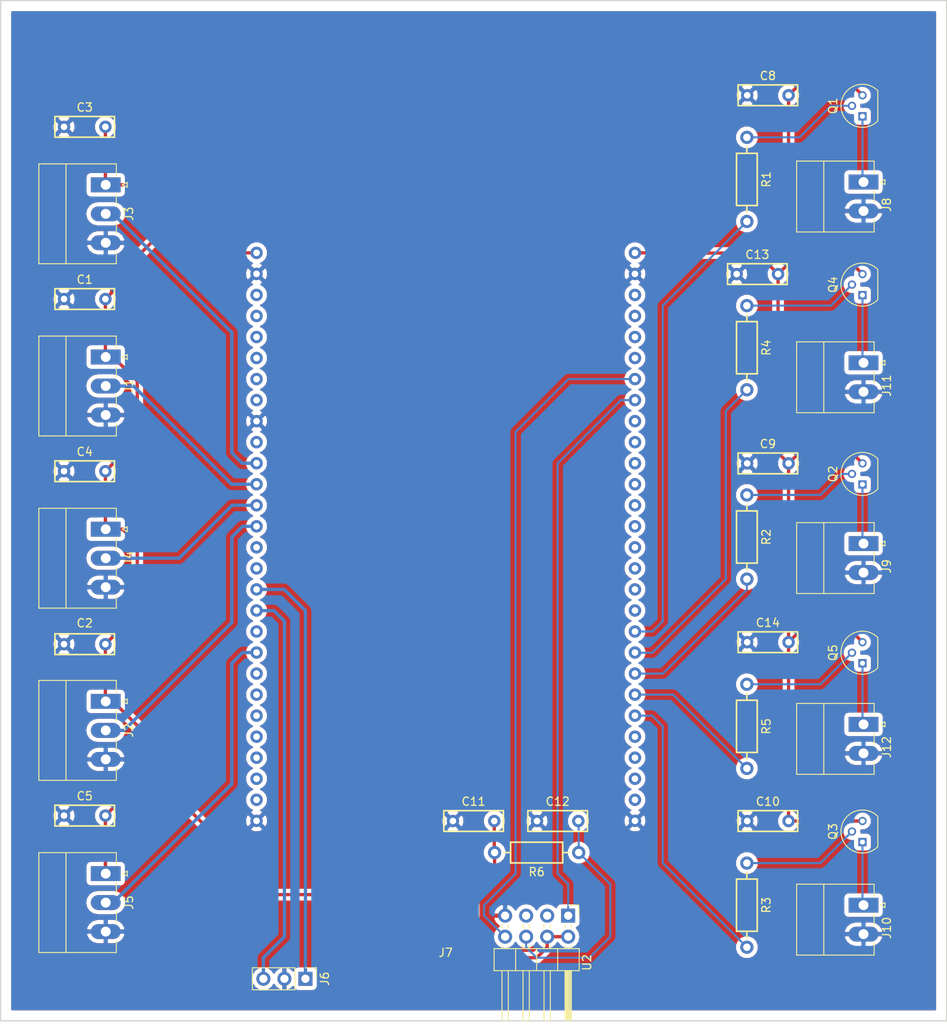
<source format=kicad_pcb>
(kicad_pcb (version 20171114) (host pcbnew no-vcs-found-3e71ed2~61~ubuntu16.04.1)
  (layers (0 F.Cu signal) (31 B.Cu signal) (34 B.Paste user) (35 F.Paste user) (36 B.SilkS user) (37 F.SilkS user) (38 B.Mask user) (39 F.Mask user) (44 Edge.Cuts user))
  (net 0 "")
  (net 1 GND)
  (net 2 "Net-(J7-Pad3A)")
  (net 3 "Net-(J7-Pad4A)")
  (net 4 "Net-(J7-Pad5A)")
  (net 5 "Net-(J7-Pad6A)")
  (net 6 "Net-(J7-Pad7A)")
  (net 7 "Net-(J7-Pad8A)")
  (net 8 "Net-(J7-Pad10A)")
  (net 9 "Net-(J3-Pad2)")
  (net 10 "Net-(J1-Pad2)")
  (net 11 "Net-(J4-Pad2)")
  (net 12 "Net-(J2-Pad2)")
  (net 13 "Net-(J7-Pad15A)")
  (net 14 "Net-(J7-Pad16A)")
  (net 15 "Net-(J6-Pad1)")
  (net 16 "Net-(J6-Pad3)")
  (net 17 "Net-(J7-Pad19A)")
  (net 18 "Net-(J5-Pad2)")
  (net 19 "Net-(J7-Pad21A)")
  (net 20 "Net-(J7-Pad22A)")
  (net 21 "Net-(J7-Pad23A)")
  (net 22 "Net-(J7-Pad24A)")
  (net 23 "Net-(J7-Pad25A)")
  (net 24 "Net-(J7-Pad26A)")
  (net 25 "Net-(J7-Pad27A)")
  (net 26 "Net-(J7-Pad3B)")
  (net 27 "Net-(J7-Pad4B)")
  (net 28 "Net-(J7-Pad5B)")
  (net 29 "Net-(J7-Pad6B)")
  (net 30 "Net-(J7-Pad7B)")
  (net 31 "Net-(J7-Pad8B)")
  (net 32 "Net-(J7-Pad9B)")
  (net 33 "Net-(J7-Pad10B)")
  (net 34 "Net-(J7-Pad11B)")
  (net 35 "Net-(J7-Pad12B)")
  (net 36 "Net-(J7-Pad13B)")
  (net 37 "Net-(J7-Pad14B)")
  (net 38 "Net-(J7-Pad15B)")
  (net 39 "Net-(J7-Pad16B)")
  (net 40 "Net-(J7-Pad17B)")
  (net 41 "Net-(J7-Pad18B)")
  (net 42 "Net-(J7-Pad19B)")
  (net 43 "Net-(J7-Pad20B)")
  (net 44 "Net-(J7-Pad21B)")
  (net 45 "Net-(J7-Pad22B)")
  (net 46 "Net-(J7-Pad23B)")
  (net 47 "Net-(J7-Pad24B)")
  (net 48 "Net-(J7-Pad25B)")
  (net 49 "Net-(J7-Pad26B)")
  (net 50 "Net-(J7-Pad27B)")
  (net 51 +3V3)
  (net 52 "Net-(J12-Pad1)")
  (net 53 "Net-(Q5-Pad2)")
  (net 54 "Net-(Q4-Pad2)")
  (net 55 "Net-(J11-Pad1)")
  (net 56 "Net-(J10-Pad1)")
  (net 57 "Net-(Q3-Pad2)")
  (net 58 "Net-(Q2-Pad2)")
  (net 59 "Net-(J9-Pad1)")
  (net 60 "Net-(J8-Pad1)")
  (net 61 "Net-(Q1-Pad2)")
  (net 62 "Net-(C12-Pad2)")
  (net 63 "Net-(U2-Pad5)")
  (net 64 "Net-(U2-Pad3)")
  (net 65 +5V)
  (module "Capacitors THD:CAPR500-250X720X650" (layer F.Cu) (at 102.87 65.241666)
    (fp_text reference C1 (at 0 -2.351) (layer F.SilkS))
    (fp_text value 100n hide)
    (pad 2 thru_hole circle (at 2.5 0) (size 1.5 1.5) (drill 0.8) (layers *.Cu *.Mask) (net 51 +3V3))
    (pad 1 thru_hole circle (at -2.5 0) (size 1.5 1.5) (drill 0.8) (layers *.Cu *.Mask) (net 1 GND))
  )
  (module "Capacitors THD:CAPR500-250X720X650" (layer F.Cu) (at 102.87 106.919498)
    (fp_text reference C2 (at 0 -2.54) (layer F.SilkS))
    (fp_text value 100n hide)
    (pad 1 thru_hole circle (at -2.5 0) (size 1.5 1.5) (drill 0.8) (layers *.Cu *.Mask) (net 1 GND))
    (pad 2 thru_hole circle (at 2.5 0) (size 1.5 1.5) (drill 0.8) (layers *.Cu *.Mask) (net 51 +3V3))
  )
  (module "Capacitors THD:CAPR500-250X720X650" (layer F.Cu) (at 102.87 44.45)
    (fp_text reference C3 (at 0 -2.351) (layer F.SilkS))
    (fp_text value 100n hide)
    (pad 2 thru_hole circle (at 2.5 0) (size 1.5 1.5) (drill 0.8) (layers *.Cu *.Mask) (net 51 +3V3))
    (pad 1 thru_hole circle (at -2.5 0) (size 1.5 1.5) (drill 0.8) (layers *.Cu *.Mask) (net 1 GND))
  )
  (module "Capacitors THD:CAPR500-250X720X650" (layer F.Cu) (at 102.87 86.033332)
    (fp_text reference C4 (at 0 -2.351) (layer F.SilkS))
    (fp_text value 100n hide)
    (pad 1 thru_hole circle (at -2.5 0) (size 1.5 1.5) (drill 0.8) (layers *.Cu *.Mask) (net 1 GND))
    (pad 2 thru_hole circle (at 2.5 0) (size 1.5 1.5) (drill 0.8) (layers *.Cu *.Mask) (net 51 +3V3))
  )
  (module "Capacitors THD:CAPR500-250X720X650" (layer F.Cu) (at 102.87 127.616664)
    (fp_text reference C5 (at 0 -2.351) (layer F.SilkS))
    (fp_text value 100n hide)
    (pad 2 thru_hole circle (at 2.5 0) (size 1.5 1.5) (drill 0.8) (layers *.Cu *.Mask) (net 51 +3V3))
    (pad 1 thru_hole circle (at -2.5 0) (size 1.5 1.5) (drill 0.8) (layers *.Cu *.Mask) (net 1 GND))
  )
  (module "Capacitors THD:CAPR500-250X720X650" (layer F.Cu) (at 185.42 40.64)
    (fp_text reference C8 (at 0 -2.351) (layer F.SilkS))
    (fp_text value 100n hide)
    (pad 1 thru_hole circle (at -2.5 0) (size 1.5 1.5) (drill 0.8) (layers *.Cu *.Mask) (net 1 GND))
    (pad 2 thru_hole circle (at 2.5 0) (size 1.5 1.5) (drill 0.8) (layers *.Cu *.Mask) (net 65 +5V))
  )
  (module "Capacitors THD:CAPR500-250X720X650" (layer F.Cu) (at 185.42 85.09)
    (fp_text reference C9 (at 0 -2.351) (layer F.SilkS))
    (fp_text value 100n hide)
    (pad 2 thru_hole circle (at 2.5 0) (size 1.5 1.5) (drill 0.8) (layers *.Cu *.Mask) (net 65 +5V))
    (pad 1 thru_hole circle (at -2.5 0) (size 1.5 1.5) (drill 0.8) (layers *.Cu *.Mask) (net 1 GND))
  )
  (module "Capacitors THD:CAPR500-250X720X650" (layer F.Cu) (at 185.42 128.27)
    (fp_text reference C10 (at 0 -2.351) (layer F.SilkS))
    (fp_text value 100n hide)
    (pad 1 thru_hole circle (at -2.5 0) (size 1.5 1.5) (drill 0.8) (layers *.Cu *.Mask) (net 1 GND))
    (pad 2 thru_hole circle (at 2.5 0) (size 1.5 1.5) (drill 0.8) (layers *.Cu *.Mask) (net 65 +5V))
  )
  (module "Capacitors THD:CAPR500-250X720X650" (layer F.Cu) (at 149.86 128.27)
    (fp_text reference C11 (at 0 -2.351) (layer F.SilkS))
    (fp_text value 100n hide)
    (pad 2 thru_hole circle (at 2.5 0) (size 1.5 1.5) (drill 0.8) (layers *.Cu *.Mask) (net 51 +3V3))
    (pad 1 thru_hole circle (at -2.5 0) (size 1.5 1.5) (drill 0.8) (layers *.Cu *.Mask) (net 1 GND))
  )
  (module "Capacitors THD:CAPR500-250X720X650" (layer F.Cu) (at 160.02 128.27)
    (fp_text reference C12 (at 0 -2.351) (layer F.SilkS))
    (fp_text value 100n hide)
    (pad 1 thru_hole circle (at -2.5 0) (size 1.5 1.5) (drill 0.8) (layers *.Cu *.Mask) (net 1 GND))
    (pad 2 thru_hole circle (at 2.5 0) (size 1.5 1.5) (drill 0.8) (layers *.Cu *.Mask) (net 62 "Net-(C12-Pad2)"))
  )
  (module "Capacitors THD:CAPR500-250X720X650" (layer F.Cu) (at 184.15 62.23)
    (fp_text reference C13 (at 0 -2.351) (layer F.SilkS))
    (fp_text value 100n hide)
    (pad 2 thru_hole circle (at 2.5 0) (size 1.5 1.5) (drill 0.8) (layers *.Cu *.Mask) (net 65 +5V))
    (pad 1 thru_hole circle (at -2.5 0) (size 1.5 1.5) (drill 0.8) (layers *.Cu *.Mask) (net 1 GND))
  )
  (module "Capacitors THD:CAPR500-250X720X650" (layer F.Cu) (at 185.42 106.68)
    (fp_text reference C14 (at 0 -2.351) (layer F.SilkS))
    (fp_text value 100n hide)
    (pad 1 thru_hole circle (at -2.5 0) (size 1.5 1.5) (drill 0.8) (layers *.Cu *.Mask) (net 1 GND))
    (pad 2 thru_hole circle (at 2.5 0) (size 1.5 1.5) (drill 0.8) (layers *.Cu *.Mask) (net 65 +5V))
  )
  (module Connectors_Phoenix:PhoenixContact_MC-G_02x3.50mm_Angled (layer F.Cu) (at 196.975 51.114444 270)
    (fp_text reference J8 (at 2.75 -2.8 270) (layer F.SilkS))
    (fp_text value Conn_01x02)
    (pad 2 thru_hole oval (at 3.5 0 270) (size 1.8 3.6) (drill 1.2) (layers *.Cu *.Mask) (net 1 GND))
    (pad 1 thru_hole rect (at 0 0 270) (size 1.8 3.6) (drill 1.2) (layers *.Cu *.Mask) (net 60 "Net-(J8-Pad1)"))
  )
  (module Connectors_Phoenix:PhoenixContact_MC-G_02x3.50mm_Angled (layer F.Cu) (at 196.975 94.77222 270)
    (fp_text reference J9 (at 2.75 -2.8 270) (layer F.SilkS))
    (fp_text value Conn_01x02)
    (pad 1 thru_hole rect (at 0 0 270) (size 1.8 3.6) (drill 1.2) (layers *.Cu *.Mask) (net 59 "Net-(J9-Pad1)"))
    (pad 2 thru_hole oval (at 3.5 0 270) (size 1.8 3.6) (drill 1.2) (layers *.Cu *.Mask) (net 1 GND))
  )
  (module Connectors_Phoenix:PhoenixContact_MC-G_02x3.50mm_Angled (layer F.Cu) (at 196.975 72.943332 270)
    (fp_text reference J11 (at 2.75 -2.8 270) (layer F.SilkS))
    (fp_text value Conn_01x02)
    (pad 2 thru_hole oval (at 3.5 0 270) (size 1.8 3.6) (drill 1.2) (layers *.Cu *.Mask) (net 1 GND))
    (pad 1 thru_hole rect (at 0 0 270) (size 1.8 3.6) (drill 1.2) (layers *.Cu *.Mask) (net 55 "Net-(J11-Pad1)"))
  )
  (module Connectors_Phoenix:PhoenixContact_MC-G_02x3.50mm_Angled (layer F.Cu) (at 196.975 116.601108 270)
    (fp_text reference J12 (at 2.75 -2.8 270) (layer F.SilkS))
    (fp_text value Conn_01x02)
    (pad 1 thru_hole rect (at 0 0 270) (size 1.8 3.6) (drill 1.2) (layers *.Cu *.Mask) (net 52 "Net-(J12-Pad1)"))
    (pad 2 thru_hole oval (at 3.5 0 270) (size 1.8 3.6) (drill 1.2) (layers *.Cu *.Mask) (net 1 GND))
  )
  (module Connectors_Phoenix:PhoenixContact_MC-G_02x3.50mm_Angled (layer F.Cu) (at 196.975 138.429996 270)
    (fp_text reference J10 (at 2.75 -2.8 270) (layer F.SilkS))
    (fp_text value Conn_01x02)
    (pad 2 thru_hole oval (at 3.5 0 270) (size 1.8 3.6) (drill 1.2) (layers *.Cu *.Mask) (net 1 GND))
    (pad 1 thru_hole rect (at 0 0 270) (size 1.8 3.6) (drill 1.2) (layers *.Cu *.Mask) (net 56 "Net-(J10-Pad1)"))
  )
  (module Connectors_Phoenix:PhoenixContact_MC-G_03x3.50mm_Angled (layer F.Cu) (at 105.41 134.619997 270)
    (fp_text reference J5 (at 3.5 -2.8 270) (layer F.SilkS))
    (fp_text value Conn_01x03)
    (pad 3 thru_hole oval (at 7 0 270) (size 1.8 3.6) (drill 1.2) (layers *.Cu *.Mask) (net 1 GND))
    (pad 2 thru_hole oval (at 3.5 0 270) (size 1.8 3.6) (drill 1.2) (layers *.Cu *.Mask) (net 18 "Net-(J5-Pad2)"))
    (pad 1 thru_hole rect (at 0 0 270) (size 1.8 3.6) (drill 1.2) (layers *.Cu *.Mask) (net 51 +3V3))
  )
  (module Connectors_Phoenix:PhoenixContact_MC-G_03x3.50mm_Angled (layer F.Cu) (at 105.41 51.453333 270)
    (fp_text reference J3 (at 3.5 -2.8 270) (layer F.SilkS))
    (fp_text value Conn_01x03)
    (pad 1 thru_hole rect (at 0 0 270) (size 1.8 3.6) (drill 1.2) (layers *.Cu *.Mask) (net 51 +3V3))
    (pad 2 thru_hole oval (at 3.5 0 270) (size 1.8 3.6) (drill 1.2) (layers *.Cu *.Mask) (net 9 "Net-(J3-Pad2)"))
    (pad 3 thru_hole oval (at 7 0 270) (size 1.8 3.6) (drill 1.2) (layers *.Cu *.Mask) (net 1 GND))
  )
  (module Connectors_Phoenix:PhoenixContact_MC-G_03x3.50mm_Angled (layer F.Cu) (at 105.41 93.036665 270)
    (fp_text reference J4 (at 3.5 -2.8 270) (layer F.SilkS))
    (fp_text value Conn_01x03)
    (pad 3 thru_hole oval (at 7 0 270) (size 1.8 3.6) (drill 1.2) (layers *.Cu *.Mask) (net 1 GND))
    (pad 2 thru_hole oval (at 3.5 0 270) (size 1.8 3.6) (drill 1.2) (layers *.Cu *.Mask) (net 11 "Net-(J4-Pad2)"))
    (pad 1 thru_hole rect (at 0 0 270) (size 1.8 3.6) (drill 1.2) (layers *.Cu *.Mask) (net 51 +3V3))
  )
  (module Connectors_Phoenix:PhoenixContact_MC-G_03x3.50mm_Angled (layer F.Cu) (at 105.41 72.244999 270)
    (fp_text reference J1 (at 3.5 -2.8 270) (layer F.SilkS))
    (fp_text value Conn_01x03)
    (pad 1 thru_hole rect (at 0 0 270) (size 1.8 3.6) (drill 1.2) (layers *.Cu *.Mask) (net 51 +3V3))
    (pad 2 thru_hole oval (at 3.5 0 270) (size 1.8 3.6) (drill 1.2) (layers *.Cu *.Mask) (net 10 "Net-(J1-Pad2)"))
    (pad 3 thru_hole oval (at 7 0 270) (size 1.8 3.6) (drill 1.2) (layers *.Cu *.Mask) (net 1 GND))
  )
  (module Connectors_Phoenix:PhoenixContact_MC-G_03x3.50mm_Angled (layer F.Cu) (at 105.41 113.828331 270)
    (fp_text reference J2 (at 3.5 -2.8 270) (layer F.SilkS))
    (fp_text value Conn_01x03)
    (pad 3 thru_hole oval (at 7 0 270) (size 1.8 3.6) (drill 1.2) (layers *.Cu *.Mask) (net 1 GND))
    (pad 2 thru_hole oval (at 3.5 0 270) (size 1.8 3.6) (drill 1.2) (layers *.Cu *.Mask) (net 12 "Net-(J2-Pad2)"))
    (pad 1 thru_hole rect (at 0 0 270) (size 1.8 3.6) (drill 1.2) (layers *.Cu *.Mask) (net 51 +3V3))
  )
  (module Pin_Headers:Pin_Header_Angled_2x04_Pitch2.54mm (layer F.Cu) (at 161.29 139.7 270)
    (fp_text reference U2 (at 5.655 -2.27 270) (layer F.SilkS))
    (fp_text value ESP8266)
    (pad 8 thru_hole oval (at 2.54 7.62 270) (size 1.7 1.7) (drill 1) (layers *.Cu *.Mask) (net 30 "Net-(J7-Pad7B)"))
    (pad 7 thru_hole oval (at 0 7.62 270) (size 1.7 1.7) (drill 1) (layers *.Cu *.Mask) (net 1 GND))
    (pad 6 thru_hole oval (at 2.54 5.08 270) (size 1.7 1.7) (drill 1) (layers *.Cu *.Mask) (net 62 "Net-(C12-Pad2)"))
    (pad 5 thru_hole oval (at 0 5.08 270) (size 1.7 1.7) (drill 1) (layers *.Cu *.Mask) (net 63 "Net-(U2-Pad5)"))
    (pad 4 thru_hole oval (at 2.54 2.54 270) (size 1.7 1.7) (drill 1) (layers *.Cu *.Mask) (net 51 +3V3))
    (pad 3 thru_hole oval (at 0 2.54 270) (size 1.7 1.7) (drill 1) (layers *.Cu *.Mask) (net 64 "Net-(U2-Pad3)"))
    (pad 2 thru_hole oval (at 2.54 0 270) (size 1.7 1.7) (drill 1) (layers *.Cu *.Mask) (net 51 +3V3))
    (pad 1 thru_hole rect (at 0 0 270) (size 1.7 1.7) (drill 1) (layers *.Cu *.Mask) (net 31 "Net-(J7-Pad8B)"))
  )
  (module Pin_Headers:Pin_Header_Straight_1x03_Pitch2.54mm (layer F.Cu) (at 129.54 147.32 270)
    (fp_text reference J6 (at 0 -2.33 270) (layer F.SilkS))
    (fp_text value UART)
    (pad 3 thru_hole oval (at 0 5.08 270) (size 1.7 1.7) (drill 1) (layers *.Cu *.Mask) (net 16 "Net-(J6-Pad3)"))
    (pad 2 thru_hole oval (at 0 2.54 270) (size 1.7 1.7) (drill 1) (layers *.Cu *.Mask) (net 1 GND))
    (pad 1 thru_hole rect (at 0 0 270) (size 1.7 1.7) (drill 1) (layers *.Cu *.Mask) (net 15 "Net-(J6-Pad1)"))
  )
  (module "Resistors THD:RES1016-630X250" (layer F.Cu) (at 157.48 132.08 180)
    (fp_text reference R6 (at 0 -2.351 180) (layer F.SilkS))
    (fp_text value 680 hide)
    (pad 1 thru_hole circle (at -5.08 0 180) (size 1.6 1.6) (drill 0.9) (layers *.Cu *.Mask) (net 62 "Net-(C12-Pad2)"))
    (pad 2 thru_hole circle (at 5.08 0 180) (size 1.6 1.6) (drill 0.9) (layers *.Cu *.Mask) (net 51 +3V3))
  )
  (module "Resistors THD:RES1016-630X250" (layer F.Cu) (at 182.88 71.12 270)
    (fp_text reference R4 (at 0 -2.351 270) (layer F.SilkS))
    (fp_text value 680 hide)
    (pad 2 thru_hole circle (at 5.08 0 270) (size 1.6 1.6) (drill 0.9) (layers *.Cu *.Mask) (net 43 "Net-(J7-Pad20B)"))
    (pad 1 thru_hole circle (at -5.08 0 270) (size 1.6 1.6) (drill 0.9) (layers *.Cu *.Mask) (net 54 "Net-(Q4-Pad2)"))
  )
  (module "Resistors THD:RES1016-630X250" (layer F.Cu) (at 182.88 138.43 270)
    (fp_text reference R3 (at 0 -2.351 270) (layer F.SilkS))
    (fp_text value 680 hide)
    (pad 1 thru_hole circle (at -5.08 0 270) (size 1.6 1.6) (drill 0.9) (layers *.Cu *.Mask) (net 57 "Net-(Q3-Pad2)"))
    (pad 2 thru_hole circle (at 5.08 0 270) (size 1.6 1.6) (drill 0.9) (layers *.Cu *.Mask) (net 46 "Net-(J7-Pad23B)"))
  )
  (module "Resistors THD:RES1016-630X250" (layer F.Cu) (at 182.88 93.98 270)
    (fp_text reference R2 (at 0 -2.351 270) (layer F.SilkS))
    (fp_text value 680 hide)
    (pad 2 thru_hole circle (at 5.08 0 270) (size 1.6 1.6) (drill 0.9) (layers *.Cu *.Mask) (net 44 "Net-(J7-Pad21B)"))
    (pad 1 thru_hole circle (at -5.08 0 270) (size 1.6 1.6) (drill 0.9) (layers *.Cu *.Mask) (net 58 "Net-(Q2-Pad2)"))
  )
  (module "Resistors THD:RES1016-630X250" (layer F.Cu) (at 182.88 50.8 270)
    (fp_text reference R1 (at 0 -2.351 270) (layer F.SilkS))
    (fp_text value 680 hide)
    (pad 1 thru_hole circle (at -5.08 0 270) (size 1.6 1.6) (drill 0.9) (layers *.Cu *.Mask) (net 61 "Net-(Q1-Pad2)"))
    (pad 2 thru_hole circle (at 5.08 0 270) (size 1.6 1.6) (drill 0.9) (layers *.Cu *.Mask) (net 42 "Net-(J7-Pad19B)"))
  )
  (module "Resistors THD:RES1016-630X250" (layer F.Cu) (at 182.88 116.84 270)
    (fp_text reference R5 (at 0 -2.351 270) (layer F.SilkS))
    (fp_text value 680 hide)
    (pad 2 thru_hole circle (at 5.08 0 270) (size 1.6 1.6) (drill 0.9) (layers *.Cu *.Mask) (net 45 "Net-(J7-Pad22B)"))
    (pad 1 thru_hole circle (at -5.08 0 270) (size 1.6 1.6) (drill 0.9) (layers *.Cu *.Mask) (net 53 "Net-(Q5-Pad2)"))
  )
  (module TO_SOT_Packages_THT:TO-92_Molded_Narrow (layer F.Cu) (at 196.85 43.18 90)
    (fp_text reference Q1 (at 1.27 -3.56 90) (layer F.SilkS))
    (fp_text value BC558)
    (pad 1 thru_hole rect (at 0 0 180) (size 1 1) (drill 0.6) (layers *.Cu *.Mask) (net 60 "Net-(J8-Pad1)"))
    (pad 3 thru_hole circle (at 2.54 0 180) (size 1 1) (drill 0.6) (layers *.Cu *.Mask) (net 65 +5V))
    (pad 2 thru_hole circle (at 1.27 -1.27 180) (size 1 1) (drill 0.6) (layers *.Cu *.Mask) (net 61 "Net-(Q1-Pad2)"))
  )
  (module TO_SOT_Packages_THT:TO-92_Molded_Narrow (layer F.Cu) (at 196.85 87.63 90)
    (fp_text reference Q2 (at 1.27 -3.56 90) (layer F.SilkS))
    (fp_text value BC558)
    (pad 2 thru_hole circle (at 1.27 -1.27 180) (size 1 1) (drill 0.6) (layers *.Cu *.Mask) (net 58 "Net-(Q2-Pad2)"))
    (pad 3 thru_hole circle (at 2.54 0 180) (size 1 1) (drill 0.6) (layers *.Cu *.Mask) (net 65 +5V))
    (pad 1 thru_hole rect (at 0 0 180) (size 1 1) (drill 0.6) (layers *.Cu *.Mask) (net 59 "Net-(J9-Pad1)"))
  )
  (module TO_SOT_Packages_THT:TO-92_Molded_Narrow (layer F.Cu) (at 196.85 130.81 90)
    (fp_text reference Q3 (at 1.27 -3.56 90) (layer F.SilkS))
    (fp_text value BC558)
    (pad 1 thru_hole rect (at 0 0 180) (size 1 1) (drill 0.6) (layers *.Cu *.Mask) (net 56 "Net-(J10-Pad1)"))
    (pad 3 thru_hole circle (at 2.54 0 180) (size 1 1) (drill 0.6) (layers *.Cu *.Mask) (net 65 +5V))
    (pad 2 thru_hole circle (at 1.27 -1.27 180) (size 1 1) (drill 0.6) (layers *.Cu *.Mask) (net 57 "Net-(Q3-Pad2)"))
  )
  (module TO_SOT_Packages_THT:TO-92_Molded_Narrow (layer F.Cu) (at 196.85 64.77 90)
    (fp_text reference Q4 (at 1.27 -3.56 90) (layer F.SilkS))
    (fp_text value BC558)
    (pad 2 thru_hole circle (at 1.27 -1.27 180) (size 1 1) (drill 0.6) (layers *.Cu *.Mask) (net 54 "Net-(Q4-Pad2)"))
    (pad 3 thru_hole circle (at 2.54 0 180) (size 1 1) (drill 0.6) (layers *.Cu *.Mask) (net 65 +5V))
    (pad 1 thru_hole rect (at 0 0 180) (size 1 1) (drill 0.6) (layers *.Cu *.Mask) (net 55 "Net-(J11-Pad1)"))
  )
  (module TO_SOT_Packages_THT:TO-92_Molded_Narrow (layer F.Cu) (at 196.85 109.22 90)
    (fp_text reference Q5 (at 1.27 -3.56 90) (layer F.SilkS))
    (fp_text value BC558)
    (pad 1 thru_hole rect (at 0 0 180) (size 1 1) (drill 0.6) (layers *.Cu *.Mask) (net 52 "Net-(J12-Pad1)"))
    (pad 3 thru_hole circle (at 2.54 0 180) (size 1 1) (drill 0.6) (layers *.Cu *.Mask) (net 65 +5V))
    (pad 2 thru_hole circle (at 1.27 -1.27 180) (size 1 1) (drill 0.6) (layers *.Cu *.Mask) (net 53 "Net-(Q5-Pad2)"))
  )
  (module fp:STM32L152_DISCO (layer F.Cu) (at 146.495001 87.1675)
    (fp_text reference J7 (at 0 57) (layer F.SilkS))
    (fp_text value STM32L152_DISCO)
    (pad 1A thru_hole circle (at -22.86 -27.5) (size 1.5 1.5) (drill 0.8) (layers *.Cu *.Mask) (net 51 +3V3))
    (pad 2A thru_hole circle (at -22.86 -24.96) (size 1.5 1.5) (drill 0.8) (layers *.Cu *.Mask) (net 1 GND))
    (pad 3A thru_hole circle (at -22.86 -22.42) (size 1.5 1.5) (drill 0.8) (layers *.Cu *.Mask) (net 2 "Net-(J7-Pad3A)"))
    (pad 4A thru_hole circle (at -22.86 -19.88) (size 1.5 1.5) (drill 0.8) (layers *.Cu *.Mask) (net 3 "Net-(J7-Pad4A)"))
    (pad 5A thru_hole circle (at -22.86 -17.34) (size 1.5 1.5) (drill 0.8) (layers *.Cu *.Mask) (net 4 "Net-(J7-Pad5A)"))
    (pad 6A thru_hole circle (at -22.86 -14.8) (size 1.5 1.5) (drill 0.8) (layers *.Cu *.Mask) (net 5 "Net-(J7-Pad6A)"))
    (pad 7A thru_hole circle (at -22.86 -12.26) (size 1.5 1.5) (drill 0.8) (layers *.Cu *.Mask) (net 6 "Net-(J7-Pad7A)"))
    (pad 8A thru_hole circle (at -22.86 -9.72) (size 1.5 1.5) (drill 0.8) (layers *.Cu *.Mask) (net 7 "Net-(J7-Pad8A)"))
    (pad 9A thru_hole circle (at -22.86 -7.18) (size 1.5 1.5) (drill 0.8) (layers *.Cu *.Mask) (net 1 GND))
    (pad 10A thru_hole circle (at -22.86 -4.64) (size 1.5 1.5) (drill 0.8) (layers *.Cu *.Mask) (net 8 "Net-(J7-Pad10A)"))
    (pad 11A thru_hole circle (at -22.86 -2.1) (size 1.5 1.5) (drill 0.8) (layers *.Cu *.Mask) (net 9 "Net-(J3-Pad2)"))
    (pad 12A thru_hole circle (at -22.86 0.44) (size 1.5 1.5) (drill 0.8) (layers *.Cu *.Mask) (net 10 "Net-(J1-Pad2)"))
    (pad 13A thru_hole circle (at -22.86 2.98) (size 1.5 1.5) (drill 0.8) (layers *.Cu *.Mask) (net 11 "Net-(J4-Pad2)"))
    (pad 14A thru_hole circle (at -22.86 5.52) (size 1.5 1.5) (drill 0.8) (layers *.Cu *.Mask) (net 12 "Net-(J2-Pad2)"))
    (pad 15A thru_hole circle (at -22.86 8.06) (size 1.5 1.5) (drill 0.8) (layers *.Cu *.Mask) (net 13 "Net-(J7-Pad15A)"))
    (pad 16A thru_hole circle (at -22.86 10.6) (size 1.5 1.5) (drill 0.8) (layers *.Cu *.Mask) (net 14 "Net-(J7-Pad16A)"))
    (pad 17A thru_hole circle (at -22.86 13.14) (size 1.5 1.5) (drill 0.8) (layers *.Cu *.Mask) (net 15 "Net-(J6-Pad1)"))
    (pad 18A thru_hole circle (at -22.86 15.68) (size 1.5 1.5) (drill 0.8) (layers *.Cu *.Mask) (net 16 "Net-(J6-Pad3)"))
    (pad 19A thru_hole circle (at -22.86 18.22) (size 1.5 1.5) (drill 0.8) (layers *.Cu *.Mask) (net 17 "Net-(J7-Pad19A)"))
    (pad 20A thru_hole circle (at -22.86 20.76) (size 1.5 1.5) (drill 0.8) (layers *.Cu *.Mask) (net 18 "Net-(J5-Pad2)"))
    (pad 21A thru_hole circle (at -22.86 23.3) (size 1.5 1.5) (drill 0.8) (layers *.Cu *.Mask) (net 19 "Net-(J7-Pad21A)"))
    (pad 22A thru_hole circle (at -22.86 25.84) (size 1.5 1.5) (drill 0.8) (layers *.Cu *.Mask) (net 20 "Net-(J7-Pad22A)"))
    (pad 23A thru_hole circle (at -22.86 28.38) (size 1.5 1.5) (drill 0.8) (layers *.Cu *.Mask) (net 21 "Net-(J7-Pad23A)"))
    (pad 24A thru_hole circle (at -22.86 30.92) (size 1.5 1.5) (drill 0.8) (layers *.Cu *.Mask) (net 22 "Net-(J7-Pad24A)"))
    (pad 25A thru_hole circle (at -22.86 33.46) (size 1.5 1.5) (drill 0.8) (layers *.Cu *.Mask) (net 23 "Net-(J7-Pad25A)"))
    (pad 26A thru_hole circle (at -22.86 36) (size 1.5 1.5) (drill 0.8) (layers *.Cu *.Mask) (net 24 "Net-(J7-Pad26A)"))
    (pad 27A thru_hole circle (at -22.86 38.54) (size 1.5 1.5) (drill 0.8) (layers *.Cu *.Mask) (net 25 "Net-(J7-Pad27A)"))
    (pad 28A thru_hole circle (at -22.86 41.08) (size 1.5 1.5) (drill 0.8) (layers *.Cu *.Mask) (net 1 GND))
    (pad 1B thru_hole circle (at 22.86 -27.5) (size 1.5 1.5) (drill 0.8) (layers *.Cu *.Mask) (net 65 +5V))
    (pad 2B thru_hole circle (at 22.86 -24.96) (size 1.5 1.5) (drill 0.8) (layers *.Cu *.Mask) (net 1 GND))
    (pad 3B thru_hole circle (at 22.86 -22.42) (size 1.5 1.5) (drill 0.8) (layers *.Cu *.Mask) (net 26 "Net-(J7-Pad3B)"))
    (pad 4B thru_hole circle (at 22.86 -19.88) (size 1.5 1.5) (drill 0.8) (layers *.Cu *.Mask) (net 27 "Net-(J7-Pad4B)"))
    (pad 5B thru_hole circle (at 22.86 -17.34) (size 1.5 1.5) (drill 0.8) (layers *.Cu *.Mask) (net 28 "Net-(J7-Pad5B)"))
    (pad 6B thru_hole circle (at 22.86 -14.8) (size 1.5 1.5) (drill 0.8) (layers *.Cu *.Mask) (net 29 "Net-(J7-Pad6B)"))
    (pad 7B thru_hole circle (at 22.86 -12.26) (size 1.5 1.5) (drill 0.8) (layers *.Cu *.Mask) (net 30 "Net-(J7-Pad7B)"))
    (pad 8B thru_hole circle (at 22.86 -9.72) (size 1.5 1.5) (drill 0.8) (layers *.Cu *.Mask) (net 31 "Net-(J7-Pad8B)"))
    (pad 9B thru_hole circle (at 22.86 -7.18) (size 1.5 1.5) (drill 0.8) (layers *.Cu *.Mask) (net 32 "Net-(J7-Pad9B)"))
    (pad 10B thru_hole circle (at 22.86 -4.64) (size 1.5 1.5) (drill 0.8) (layers *.Cu *.Mask) (net 33 "Net-(J7-Pad10B)"))
    (pad 11B thru_hole circle (at 22.86 -2.1) (size 1.5 1.5) (drill 0.8) (layers *.Cu *.Mask) (net 34 "Net-(J7-Pad11B)"))
    (pad 12B thru_hole circle (at 22.86 0.44) (size 1.5 1.5) (drill 0.8) (layers *.Cu *.Mask) (net 35 "Net-(J7-Pad12B)"))
    (pad 13B thru_hole circle (at 22.86 2.98) (size 1.5 1.5) (drill 0.8) (layers *.Cu *.Mask) (net 36 "Net-(J7-Pad13B)"))
    (pad 14B thru_hole circle (at 22.86 5.52) (size 1.5 1.5) (drill 0.8) (layers *.Cu *.Mask) (net 37 "Net-(J7-Pad14B)"))
    (pad 15B thru_hole circle (at 22.86 8.06) (size 1.5 1.5) (drill 0.8) (layers *.Cu *.Mask) (net 38 "Net-(J7-Pad15B)"))
    (pad 16B thru_hole circle (at 22.86 10.6) (size 1.5 1.5) (drill 0.8) (layers *.Cu *.Mask) (net 39 "Net-(J7-Pad16B)"))
    (pad 17B thru_hole circle (at 22.86 13.14) (size 1.5 1.5) (drill 0.8) (layers *.Cu *.Mask) (net 40 "Net-(J7-Pad17B)"))
    (pad 18B thru_hole circle (at 22.86 15.68) (size 1.5 1.5) (drill 0.8) (layers *.Cu *.Mask) (net 41 "Net-(J7-Pad18B)"))
    (pad 19B thru_hole circle (at 22.86 18.22) (size 1.5 1.5) (drill 0.8) (layers *.Cu *.Mask) (net 42 "Net-(J7-Pad19B)"))
    (pad 20B thru_hole circle (at 22.86 20.76) (size 1.5 1.5) (drill 0.8) (layers *.Cu *.Mask) (net 43 "Net-(J7-Pad20B)"))
    (pad 21B thru_hole circle (at 22.86 23.3) (size 1.5 1.5) (drill 0.8) (layers *.Cu *.Mask) (net 44 "Net-(J7-Pad21B)"))
    (pad 22B thru_hole circle (at 22.86 25.84) (size 1.5 1.5) (drill 0.8) (layers *.Cu *.Mask) (net 45 "Net-(J7-Pad22B)"))
    (pad 23B thru_hole circle (at 22.86 28.38) (size 1.5 1.5) (drill 0.8) (layers *.Cu *.Mask) (net 46 "Net-(J7-Pad23B)"))
    (pad 24B thru_hole circle (at 22.86 30.92) (size 1.5 1.5) (drill 0.8) (layers *.Cu *.Mask) (net 47 "Net-(J7-Pad24B)"))
    (pad 25B thru_hole circle (at 22.86 33.46) (size 1.5 1.5) (drill 0.8) (layers *.Cu *.Mask) (net 48 "Net-(J7-Pad25B)"))
    (pad 26B thru_hole circle (at 22.86 36) (size 1.5 1.5) (drill 0.8) (layers *.Cu *.Mask) (net 49 "Net-(J7-Pad26B)"))
    (pad 27B thru_hole circle (at 22.86 38.54) (size 1.5 1.5) (drill 0.8) (layers *.Cu *.Mask) (net 50 "Net-(J7-Pad27B)"))
    (pad 28B thru_hole circle (at 22.86 41.08) (size 1.5 1.5) (drill 0.8) (layers *.Cu *.Mask) (net 1 GND))
  )
  (gr_line (start 92.71 152.4) (end 92.71 29.21) (layer Edge.Cuts) (width 0.15))
  (gr_line (start 207.01 152.4) (end 92.71 152.4) (layer Edge.Cuts) (width 0.15))
  (gr_line (start 207.01 29.21) (end 207.01 152.4) (layer Edge.Cuts) (width 0.15))
  (gr_line (start 92.71 29.21) (end 207.01 29.21) (layer Edge.Cuts) (width 0.15))
  (segment (start 105.41 54.953333) (end 106.31 54.953333) (width 0.4) (layer B.Cu) (net 9))
  (segment (start 106.31 54.953333) (end 120.65 69.293333) (width 0.4) (layer B.Cu) (net 9))
  (segment (start 120.65 69.293333) (end 120.65 83.82) (width 0.4) (layer B.Cu) (net 9))
  (segment (start 120.65 83.82) (end 121.8975 85.0675) (width 0.4) (layer B.Cu) (net 9))
  (segment (start 121.8975 85.0675) (end 123.635001 85.0675) (width 0.4) (layer B.Cu) (net 9))
  (segment (start 105.41 75.744999) (end 108.764999 75.744999) (width 0.4) (layer B.Cu) (net 10))
  (segment (start 108.764999 75.744999) (end 120.6275 87.6075) (width 0.4) (layer B.Cu) (net 10))
  (segment (start 120.6275 87.6075) (end 123.635001 87.6075) (width 0.4) (layer B.Cu) (net 10))
  (segment (start 105.41 96.536665) (end 114.283335 96.536665) (width 0.4) (layer B.Cu) (net 11))
  (segment (start 120.6725 90.1475) (end 123.635001 90.1475) (width 0.4) (layer B.Cu) (net 11))
  (segment (start 114.283335 96.536665) (end 120.6725 90.1475) (width 0.4) (layer B.Cu) (net 11))
  (segment (start 105.41 117.328331) (end 107.61 117.328331) (width 0.4) (layer B.Cu) (net 12))
  (segment (start 107.61 117.328331) (end 120.65 104.288331) (width 0.4) (layer B.Cu) (net 12))
  (segment (start 120.65 93.98) (end 121.9425 92.6875) (width 0.4) (layer B.Cu) (net 12))
  (segment (start 120.65 104.288331) (end 120.65 93.98) (width 0.4) (layer B.Cu) (net 12))
  (segment (start 121.9425 92.6875) (end 123.635001 92.6875) (width 0.4) (layer B.Cu) (net 12))
  (segment (start 129.54 147.32) (end 129.54 102.87) (width 0.4) (layer B.Cu) (net 15))
  (segment (start 129.54 102.87) (end 126.9775 100.3075) (width 0.4) (layer B.Cu) (net 15))
  (segment (start 126.9775 100.3075) (end 123.635001 100.3075) (width 0.4) (layer B.Cu) (net 15))
  (segment (start 124.46 147.32) (end 124.46 144.78) (width 0.4) (layer B.Cu) (net 16))
  (segment (start 124.46 144.78) (end 127 142.24) (width 0.4) (layer B.Cu) (net 16))
  (segment (start 123.657501 102.87) (end 123.635001 102.8475) (width 0.4) (layer B.Cu) (net 16))
  (segment (start 127 142.24) (end 127 104.14) (width 0.4) (layer B.Cu) (net 16))
  (segment (start 127 104.14) (end 125.73 102.87) (width 0.4) (layer B.Cu) (net 16))
  (segment (start 125.73 102.87) (end 123.657501 102.87) (width 0.4) (layer B.Cu) (net 16))
  (segment (start 105.41 138.119997) (end 106.31 138.119997) (width 0.4) (layer B.Cu) (net 18))
  (segment (start 106.31 138.119997) (end 120.65 123.779997) (width 0.4) (layer B.Cu) (net 18))
  (segment (start 120.65 123.779997) (end 120.65 109.22) (width 0.4) (layer B.Cu) (net 18))
  (segment (start 120.65 109.22) (end 121.9425 107.9275) (width 0.4) (layer B.Cu) (net 18))
  (segment (start 121.9425 107.9275) (end 123.635001 107.9275) (width 0.4) (layer B.Cu) (net 18))
  (segment (start 112.336664 123.766664) (end 125.73 137.16) (width 0.4) (layer F.Cu) (net 51))
  (segment (start 125.73 137.16) (end 149.86 137.16) (width 0.4) (layer F.Cu) (net 51))
  (segment (start 109.22 123.766664) (end 112.336664 123.766664) (width 0.4) (layer F.Cu) (net 51))
  (segment (start 123.635001 59.6675) (end 113.8375 59.6675) (width 0.4) (layer F.Cu) (net 51))
  (segment (start 113.8375 59.6675) (end 111.76 57.59) (width 0.4) (layer F.Cu) (net 51))
  (segment (start 172.72 59.69) (end 184.11 59.69) (width 0.4) (layer F.Cu) (net 65))
  (segment (start 184.11 59.69) (end 186.65 62.23) (width 0.4) (layer F.Cu) (net 65))
  (segment (start 172.6975 59.6675) (end 172.72 59.69) (width 0.4) (layer F.Cu) (net 65))
  (segment (start 169.355001 59.6675) (end 172.6975 59.6675) (width 0.4) (layer F.Cu) (net 65))
  (segment (start 169.355001 59.6675) (end 169.377501 59.69) (width 0.4) (layer F.Cu) (net 65))
  (segment (start 153.67 142.24) (end 151.13 139.7) (width 0.25) (layer B.Cu) (net 30))
  (segment (start 151.13 139.7) (end 151.13 138.43) (width 0.25) (layer B.Cu) (net 30))
  (segment (start 154.94 134.62) (end 154.94 81.28) (width 0.25) (layer B.Cu) (net 30))
  (segment (start 151.13 138.43) (end 154.94 134.62) (width 0.25) (layer B.Cu) (net 30))
  (segment (start 154.94 81.28) (end 161.3125 74.9075) (width 0.25) (layer B.Cu) (net 30))
  (segment (start 161.3125 74.9075) (end 169.355001 74.9075) (width 0.25) (layer B.Cu) (net 30))
  (segment (start 161.29 139.7) (end 161.29 135.89) (width 0.25) (layer B.Cu) (net 31))
  (segment (start 161.29 135.89) (end 160.02 134.62) (width 0.25) (layer B.Cu) (net 31))
  (segment (start 160.02 134.62) (end 160.02 85.09) (width 0.25) (layer B.Cu) (net 31))
  (segment (start 160.02 85.09) (end 167.6625 77.4475) (width 0.25) (layer B.Cu) (net 31))
  (segment (start 167.6625 77.4475) (end 169.355001 77.4475) (width 0.25) (layer B.Cu) (net 31))
  (segment (start 182.88 55.88) (end 172.72 66.04) (width 0.25) (layer B.Cu) (net 42))
  (segment (start 172.72 66.04) (end 172.72 104.14) (width 0.25) (layer B.Cu) (net 42))
  (segment (start 172.72 104.14) (end 171.4725 105.3875) (width 0.25) (layer B.Cu) (net 42))
  (segment (start 171.4725 105.3875) (end 169.355001 105.3875) (width 0.25) (layer B.Cu) (net 42))
  (segment (start 182.88 76.2) (end 180.34 78.74) (width 0.25) (layer B.Cu) (net 43))
  (segment (start 180.34 78.74) (end 180.34 99.06) (width 0.25) (layer B.Cu) (net 43))
  (segment (start 180.34 99.06) (end 171.45 107.95) (width 0.25) (layer B.Cu) (net 43))
  (segment (start 171.45 107.95) (end 169.377501 107.95) (width 0.25) (layer B.Cu) (net 43))
  (segment (start 169.377501 107.95) (end 169.355001 107.9275) (width 0.25) (layer B.Cu) (net 43))
  (segment (start 182.88 99.06) (end 182.88 100.33) (width 0.25) (layer B.Cu) (net 44))
  (segment (start 182.88 100.33) (end 172.7425 110.4675) (width 0.25) (layer B.Cu) (net 44))
  (segment (start 172.7425 110.4675) (end 169.355001 110.4675) (width 0.25) (layer B.Cu) (net 44))
  (segment (start 169.355001 113.0075) (end 173.9675 113.0075) (width 0.25) (layer B.Cu) (net 45))
  (segment (start 173.9675 113.0075) (end 182.88 121.92) (width 0.25) (layer B.Cu) (net 45))
  (segment (start 172.72 116.84) (end 172.72 133.35) (width 0.25) (layer B.Cu) (net 46))
  (segment (start 172.72 133.35) (end 182.88 143.51) (width 0.25) (layer B.Cu) (net 46))
  (segment (start 171.4275 115.5475) (end 172.72 116.84) (width 0.25) (layer B.Cu) (net 46))
  (segment (start 169.355001 115.5475) (end 171.4275 115.5475) (width 0.25) (layer B.Cu) (net 46))
  (segment (start 187.92 106.68) (end 189.19 105.41) (width 0.4) (layer F.Cu) (net 65))
  (segment (start 189.19 105.41) (end 195.58 105.41) (width 0.4) (layer F.Cu) (net 65))
  (segment (start 195.58 105.41) (end 196.85 106.68) (width 0.4) (layer F.Cu) (net 65))
  (segment (start 187.92 85.09) (end 189.19 83.82) (width 0.4) (layer F.Cu) (net 65))
  (segment (start 189.19 83.82) (end 195.58 83.82) (width 0.4) (layer F.Cu) (net 65))
  (segment (start 195.58 83.82) (end 196.85 85.09) (width 0.4) (layer F.Cu) (net 65))
  (segment (start 187.92 60.96) (end 195.58 60.96) (width 0.4) (layer F.Cu) (net 65))
  (segment (start 195.58 60.96) (end 196.85 62.23) (width 0.4) (layer F.Cu) (net 65))
  (segment (start 152.4 132.08) (end 152.4 134.62) (width 0.4) (layer F.Cu) (net 51))
  (segment (start 152.4 134.62) (end 149.86 137.16) (width 0.4) (layer F.Cu) (net 51))
  (segment (start 149.86 144.78) (end 157.48 144.78) (width 0.4) (layer F.Cu) (net 51))
  (segment (start 149.86 137.16) (end 149.86 144.78) (width 0.4) (layer F.Cu) (net 51))
  (segment (start 157.48 144.78) (end 158.75 143.51) (width 0.4) (layer F.Cu) (net 51))
  (segment (start 158.75 143.51) (end 158.75 142.24) (width 0.4) (layer F.Cu) (net 51))
  (segment (start 111.76 54.61) (end 111.76 57.59) (width 0.4) (layer F.Cu) (net 51))
  (segment (start 111.76 57.376667) (end 111.76 54.61) (width 0.4) (layer F.Cu) (net 51))
  (segment (start 111.76 54.61) (end 108.603333 51.453333) (width 0.4) (layer F.Cu) (net 51))
  (segment (start 108.603333 51.453333) (end 105.41 51.453333) (width 0.4) (layer F.Cu) (net 51))
  (segment (start 187.92 40.64) (end 189.19 39.37) (width 0.4) (layer F.Cu) (net 65))
  (segment (start 189.19 39.37) (end 195.58 39.37) (width 0.4) (layer F.Cu) (net 65))
  (segment (start 195.58 39.37) (end 196.85 40.64) (width 0.4) (layer F.Cu) (net 65))
  (segment (start 109.22 116.738331) (end 109.22 123.766664) (width 0.4) (layer F.Cu) (net 51))
  (segment (start 109.22 123.766664) (end 105.37 127.616664) (width 0.4) (layer F.Cu) (net 51))
  (segment (start 105.41 113.828331) (end 106.31 113.828331) (width 0.4) (layer F.Cu) (net 51))
  (segment (start 106.31 113.828331) (end 109.22 116.738331) (width 0.4) (layer F.Cu) (net 51))
  (segment (start 109.22 94.796665) (end 109.22 103.069498) (width 0.4) (layer F.Cu) (net 51))
  (segment (start 109.22 103.069498) (end 105.37 106.919498) (width 0.4) (layer F.Cu) (net 51))
  (segment (start 105.41 93.036665) (end 107.46 93.036665) (width 0.4) (layer F.Cu) (net 51))
  (segment (start 107.46 93.036665) (end 109.22 94.796665) (width 0.4) (layer F.Cu) (net 51))
  (segment (start 109.22 75.154999) (end 109.22 82.183332) (width 0.4) (layer F.Cu) (net 51))
  (segment (start 109.22 82.183332) (end 105.37 86.033332) (width 0.4) (layer F.Cu) (net 51))
  (segment (start 105.41 72.244999) (end 106.31 72.244999) (width 0.4) (layer F.Cu) (net 51))
  (segment (start 106.31 72.244999) (end 109.22 75.154999) (width 0.4) (layer F.Cu) (net 51))
  (segment (start 105.37 65.241666) (end 106.119999 64.491667) (width 0.4) (layer F.Cu) (net 51))
  (segment (start 106.119999 63.230001) (end 111.76 57.59) (width 0.4) (layer F.Cu) (net 51))
  (segment (start 106.119999 64.491667) (end 106.119999 63.230001) (width 0.4) (layer F.Cu) (net 51))
  (segment (start 187.92 106.68) (end 187.92 128.27) (width 0.4) (layer F.Cu) (net 65))
  (segment (start 187.92 85.09) (end 187.92 106.68) (width 0.4) (layer F.Cu) (net 65))
  (segment (start 186.65 62.23) (end 186.65 83.82) (width 0.4) (layer F.Cu) (net 65))
  (segment (start 186.65 83.82) (end 187.92 85.09) (width 0.4) (layer F.Cu) (net 65))
  (segment (start 187.92 40.64) (end 187.92 60.96) (width 0.4) (layer F.Cu) (net 65))
  (segment (start 187.92 60.96) (end 186.65 62.23) (width 0.4) (layer F.Cu) (net 65))
  (segment (start 158.75 142.24) (end 161.29 142.24) (width 0.4) (layer F.Cu) (net 51))
  (segment (start 152.36 128.27) (end 152.36 132.04) (width 0.4) (layer F.Cu) (net 51))
  (segment (start 152.36 132.04) (end 152.4 132.08) (width 0.4) (layer F.Cu) (net 51))
  (segment (start 105.37 127.616664) (end 105.37 134.579997) (width 0.4) (layer F.Cu) (net 51))
  (segment (start 105.37 134.579997) (end 105.41 134.619997) (width 0.4) (layer F.Cu) (net 51))
  (segment (start 105.37 106.919498) (end 105.37 113.788331) (width 0.4) (layer F.Cu) (net 51))
  (segment (start 105.37 113.788331) (end 105.41 113.828331) (width 0.4) (layer F.Cu) (net 51))
  (segment (start 105.37 86.033332) (end 105.37 92.996665) (width 0.4) (layer F.Cu) (net 51))
  (segment (start 105.37 92.996665) (end 105.41 93.036665) (width 0.4) (layer F.Cu) (net 51))
  (segment (start 105.37 65.241666) (end 105.37 72.204999) (width 0.4) (layer F.Cu) (net 51))
  (segment (start 105.37 72.204999) (end 105.41 72.244999) (width 0.4) (layer F.Cu) (net 51))
  (segment (start 105.37 44.45) (end 105.37 51.413333) (width 0.4) (layer F.Cu) (net 51))
  (segment (start 105.37 51.413333) (end 105.41 51.453333) (width 0.4) (layer F.Cu) (net 51))
  (segment (start 187.92 128.27) (end 196.85 128.27) (width 0.4) (layer F.Cu) (net 65))
  (segment (start 196.85 109.22) (end 196.85 116.476108) (width 0.25) (layer B.Cu) (net 52))
  (segment (start 196.85 116.476108) (end 196.975 116.601108) (width 0.25) (layer B.Cu) (net 52))
  (segment (start 195.58 107.95) (end 191.77 111.76) (width 0.25) (layer B.Cu) (net 53))
  (segment (start 191.77 111.76) (end 182.88 111.76) (width 0.25) (layer B.Cu) (net 53))
  (segment (start 182.88 66.04) (end 193.04 66.04) (width 0.25) (layer B.Cu) (net 54))
  (segment (start 193.04 66.04) (end 195.58 63.5) (width 0.25) (layer B.Cu) (net 54))
  (segment (start 196.85 64.77) (end 196.85 72.818332) (width 0.25) (layer B.Cu) (net 55))
  (segment (start 196.85 72.818332) (end 196.975 72.943332) (width 0.25) (layer B.Cu) (net 55))
  (segment (start 196.85 130.81) (end 196.85 138.304996) (width 0.25) (layer B.Cu) (net 56))
  (segment (start 196.85 138.304996) (end 196.975 138.429996) (width 0.25) (layer B.Cu) (net 56))
  (segment (start 195.58 129.54) (end 191.77 133.35) (width 0.25) (layer B.Cu) (net 57))
  (segment (start 191.77 133.35) (end 182.88 133.35) (width 0.25) (layer B.Cu) (net 57))
  (segment (start 194.31 86.36) (end 191.77 88.9) (width 0.25) (layer B.Cu) (net 58))
  (segment (start 191.77 88.9) (end 182.88 88.9) (width 0.25) (layer B.Cu) (net 58))
  (segment (start 195.58 86.36) (end 194.31 86.36) (width 0.25) (layer B.Cu) (net 58))
  (segment (start 196.85 87.63) (end 196.85 94.64722) (width 0.25) (layer B.Cu) (net 59))
  (segment (start 196.85 94.64722) (end 196.975 94.77222) (width 0.25) (layer B.Cu) (net 59))
  (segment (start 196.85 43.18) (end 196.85 50.989444) (width 0.25) (layer B.Cu) (net 60))
  (segment (start 196.85 50.989444) (end 196.975 51.114444) (width 0.25) (layer B.Cu) (net 60))
  (segment (start 182.88 45.72) (end 189.23 45.72) (width 0.25) (layer B.Cu) (net 61))
  (segment (start 193.04 41.91) (end 195.58 41.91) (width 0.25) (layer B.Cu) (net 61))
  (segment (start 189.23 45.72) (end 193.04 41.91) (width 0.25) (layer B.Cu) (net 61))
  (segment (start 162.56 132.08) (end 166.37 135.89) (width 0.25) (layer B.Cu) (net 62))
  (segment (start 163.83 144.78) (end 157.48 144.78) (width 0.25) (layer B.Cu) (net 62))
  (segment (start 166.37 135.89) (end 166.37 142.24) (width 0.25) (layer B.Cu) (net 62))
  (segment (start 166.37 142.24) (end 163.83 144.78) (width 0.25) (layer B.Cu) (net 62))
  (segment (start 157.48 144.78) (end 156.21 143.51) (width 0.25) (layer B.Cu) (net 62))
  (segment (start 156.21 143.51) (end 156.21 142.24) (width 0.25) (layer B.Cu) (net 62))
  (segment (start 162.56 132.08) (end 162.56 128.31) (width 0.25) (layer B.Cu) (net 62))
  (segment (start 162.56 128.31) (end 162.52 128.27) (width 0.25) (layer B.Cu) (net 62))
  (zone (net 1) (net_name GND) (layer F.Cu) (connect_pads (clearance 0.508)) (min_thickness 0.254) (fill yes (arc_segments 16) (thermal_gap 0.508) (thermal_bridge_width 0.508))
    (polygon (pts (xy 93.98 30.48) (xy 205.74 30.48) (xy 205.74 147.32) (xy 205.74 151.13) (xy 93.98 151.13)))
  )
  (zone (net 1) (net_name GND) (layer B.Cu) (connect_pads (clearance 0.508)) (min_thickness 0.254) (fill yes (arc_segments 16) (thermal_gap 0.508) (thermal_bridge_width 0.508))
    (polygon (pts (xy 93.98 30.48) (xy 205.74 30.48) (xy 205.74 147.32) (xy 205.74 151.13) (xy 93.98 151.13)))
  )
)
</source>
